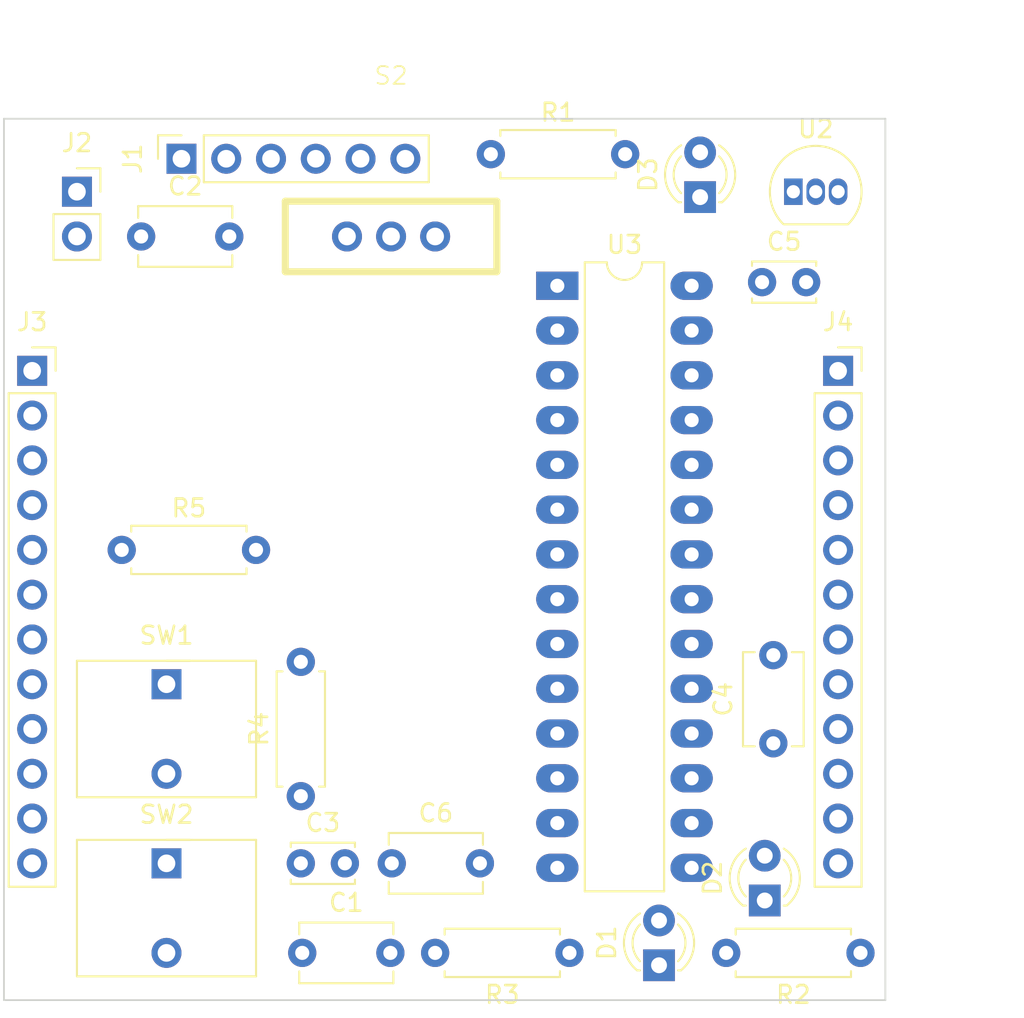
<source format=kicad_pcb>
(kicad_pcb (version 20221018) (generator pcbnew)
  (layers (0 "F.Cu" signal) (31 "B.Cu" signal) (34 "B.Paste" user) (35 "F.Paste" user) (36 "B.SilkS" user "B.Silkscreen") (37 "F.SilkS" user "F.Silkscreen") (38 "B.Mask" user) (39 "F.Mask" user) (44 "Edge.Cuts" user))
  (net 0 "")
  (net 1 "+3.3V")
  (net 2 "Net-(C1-Pad2)")
  (net 3 "/Vin")
  (net 4 "GND")
  (net 5 "Net-(U3-VCAP)")
  (net 6 "Net-(D1-K)")
  (net 7 "Net-(D2-K)")
  (net 8 "Net-(D3-K)")
  (net 10 "/U1TX")
  (net 11 "/U1RX")
  (net 12 "+5V")
  (net 14 "Net-(J2-Pin_1)")
  (net 15 "/A0")
  (net 16 "/A1")
  (net 17 "/B0")
  (net 18 "/B1")
  (net 19 "/B2")
  (net 20 "/A3")
  (net 21 "/GREEN")
  (net 22 "/YELLOW")
  (net 23 "/B6")
  (net 24 "/B15")
  (net 25 "/B14")
  (net 26 "/B13")
  (net 27 "/B12")
  (net 28 "/B11")
  (net 29 "/B10")
  (net 30 "/B9")
  (net 31 "/B8")
  (net 32 "/B7")
  (net 33 "/A4")
  (net 34 "Net-(U3-~{MCLR})")
  (footprint "Resistor_THT:R_Axial_DIN0207_L6.3mm_D2.5mm_P7.62mm_Horizontal" (layer "F.Cu") (at 106.68 124.46)
    (fp_text reference "R5" (at 3.81 -2.37) (layer "F.SilkS"))
    (fp_text value "10k")
    (fp_line (start 0.54 -1.37) (end 7.08 -1.37) (stroke (width 0.12)) (layer "F.SilkS"))
    (fp_line (start 0.54 -1.04) (end 0.54 -1.37) (stroke (width 0.12)) (layer "F.SilkS"))
    (fp_line (start 0.54 1.04) (end 0.54 1.37) (stroke (width 0.12)) (layer "F.SilkS"))
    (fp_line (start 0.54 1.37) (end 7.08 1.37) (stroke (width 0.12)) (layer "F.SilkS"))
    (fp_line (start 7.08 -1.37) (end 7.08 -1.04) (stroke (width 0.12)) (layer "F.SilkS"))
    (fp_line (start 7.08 1.37) (end 7.08 1.04) (stroke (width 0.12)) (layer "F.SilkS"))
    (pad "1" thru_hole circle (at 0 0) (size 1.6 1.6) (drill 0.8) (layers "*.Cu" "*.Mask") (net 1 "+3.3V"))
    (pad "2" thru_hole oval (at 7.62 0) (size 1.6 1.6) (drill 0.8) (layers "*.Cu" "*.Mask") (net 34 "Net-(U3-~{MCLR})"))
  )
  (footprint "Resistor_THT:R_Axial_DIN0207_L6.3mm_D2.5mm_P7.62mm_Horizontal" (layer "F.Cu") (at 132.08 147.32 180)
    (fp_text reference "R3" (at 3.81 -2.37) (layer "F.SilkS"))
    (fp_text value "330")
    (fp_line (start 0.54 -1.37) (end 7.08 -1.37) (stroke (width 0.12)) (layer "F.SilkS"))
    (fp_line (start 0.54 -1.04) (end 0.54 -1.37) (stroke (width 0.12)) (layer "F.SilkS"))
    (fp_line (start 0.54 1.04) (end 0.54 1.37) (stroke (width 0.12)) (layer "F.SilkS"))
    (fp_line (start 0.54 1.37) (end 7.08 1.37) (stroke (width 0.12)) (layer "F.SilkS"))
    (fp_line (start 7.08 -1.37) (end 7.08 -1.04) (stroke (width 0.12)) (layer "F.SilkS"))
    (fp_line (start 7.08 1.37) (end 7.08 1.04) (stroke (width 0.12)) (layer "F.SilkS"))
    (pad "1" thru_hole circle (at 0 0 180) (size 1.6 1.6) (drill 0.8) (layers "*.Cu" "*.Mask") (net 6 "Net-(D1-K)"))
    (pad "2" thru_hole oval (at 7.62 0 180) (size 1.6 1.6) (drill 0.8) (layers "*.Cu" "*.Mask") (net 21 "/GREEN"))
  )
  (footprint "Connector_PinSocket_2.54mm:PinSocket_1x06_P2.54mm_Vertical" (layer "F.Cu") (at 110.068805 102.270418 90)
    (fp_text reference "J1" (at 0 -2.77 90) (layer "F.SilkS"))
    (fp_text value "Adafruit CP2102 Friend")
    (fp_line (start -1.33 1.27) (end -1.33 14.03) (stroke (width 0.12)) (layer "F.SilkS"))
    (fp_line (start -1.33 1.27) (end 1.33 1.27) (stroke (width 0.12)) (layer "F.SilkS"))
    (fp_line (start -1.33 14.03) (end 1.33 14.03) (stroke (width 0.12)) (layer "F.SilkS"))
    (fp_line (start 0 -1.33) (end 1.33 -1.33) (stroke (width 0.12)) (layer "F.SilkS"))
    (fp_line (start 1.33 -1.33) (end 1.33 0) (stroke (width 0.12)) (layer "F.SilkS"))
    (fp_line (start 1.33 1.27) (end 1.33 14.03) (stroke (width 0.12)) (layer "F.SilkS"))
    (pad "1" thru_hole rect (at 0 0 90) (size 1.7 1.7) (drill 1) (layers "*.Cu" "*.Mask"))
    (pad "2" thru_hole oval (at 0 2.54 90) (size 1.7 1.7) (drill 1) (layers "*.Cu" "*.Mask") (net 10 "/U1TX"))
    (pad "3" thru_hole oval (at 0 5.08 90) (size 1.7 1.7) (drill 1) (layers "*.Cu" "*.Mask") (net 11 "/U1RX"))
    (pad "4" thru_hole oval (at 0 7.62 90) (size 1.7 1.7) (drill 1) (layers "*.Cu" "*.Mask") (net 12 "+5V"))
    (pad "5" thru_hole oval (at 0 10.16 90) (size 1.7 1.7) (drill 1) (layers "*.Cu" "*.Mask"))
    (pad "6" thru_hole oval (at 0 12.7 90) (size 1.7 1.7) (drill 1) (layers "*.Cu" "*.Mask") (net 4 "GND"))
  )
  (footprint "Capacitor_THT:C_Disc_D5.1mm_W3.2mm_P5.00mm" (layer "F.Cu") (at 122 142.24)
    (fp_text reference "C6" (at 2.5 -2.85) (layer "F.SilkS"))
    (fp_text value "1uF")
    (fp_line (start -0.17 -1.721) (end -0.17 -1.055) (stroke (width 0.12)) (layer "F.SilkS"))
    (fp_line (start -0.17 -1.721) (end 5.17 -1.721) (stroke (width 0.12)) (layer "F.SilkS"))
    (fp_line (start -0.17 1.055) (end -0.17 1.721) (stroke (width 0.12)) (layer "F.SilkS"))
    (fp_line (start -0.17 1.721) (end 5.17 1.721) (stroke (width 0.12)) (layer "F.SilkS"))
    (fp_line (start 5.17 -1.721) (end 5.17 -1.055) (stroke (width 0.12)) (layer "F.SilkS"))
    (fp_line (start 5.17 1.055) (end 5.17 1.721) (stroke (width 0.12)) (layer "F.SilkS"))
    (pad "1" thru_hole circle (at 0 0) (size 1.6 1.6) (drill 0.8) (layers "*.Cu" "*.Mask") (net 2 "Net-(C1-Pad2)"))
    (pad "2" thru_hole circle (at 5 0) (size 1.6 1.6) (drill 0.8) (layers "*.Cu" "*.Mask") (net 4 "GND"))
  )
  (footprint "Capacitor_THT:C_Disc_D5.1mm_W3.2mm_P5.00mm" (layer "F.Cu") (at 116.92 147.32)
    (fp_text reference "C1" (at 2.5 -2.85) (layer "F.SilkS"))
    (fp_text value "1uF")
    (fp_line (start -0.17 -1.721) (end -0.17 -1.055) (stroke (width 0.12)) (layer "F.SilkS"))
    (fp_line (start -0.17 -1.721) (end 5.17 -1.721) (stroke (width 0.12)) (layer "F.SilkS"))
    (fp_line (start -0.17 1.055) (end -0.17 1.721) (stroke (width 0.12)) (layer "F.SilkS"))
    (fp_line (start -0.17 1.721) (end 5.17 1.721) (stroke (width 0.12)) (layer "F.SilkS"))
    (fp_line (start 5.17 -1.721) (end 5.17 -1.055) (stroke (width 0.12)) (layer "F.SilkS"))
    (fp_line (start 5.17 1.055) (end 5.17 1.721) (stroke (width 0.12)) (layer "F.SilkS"))
    (pad "1" thru_hole circle (at 0 0) (size 1.6 1.6) (drill 0.8) (layers "*.Cu" "*.Mask") (net 1 "+3.3V"))
    (pad "2" thru_hole circle (at 5 0) (size 1.6 1.6) (drill 0.8) (layers "*.Cu" "*.Mask") (net 2 "Net-(C1-Pad2)"))
  )
  (footprint "Resistor_THT:R_Axial_DIN0207_L6.3mm_D2.5mm_P7.62mm_Horizontal" (layer "F.Cu") (at 127.619547 102.010819)
    (fp_text reference "R1" (at 3.81 -2.37) (layer "F.SilkS"))
    (fp_text value "330")
    (fp_line (start 0.54 -1.37) (end 7.08 -1.37) (stroke (width 0.12)) (layer "F.SilkS"))
    (fp_line (start 0.54 -1.04) (end 0.54 -1.37) (stroke (width 0.12)) (layer "F.SilkS"))
    (fp_line (start 0.54 1.04) (end 0.54 1.37) (stroke (width 0.12)) (layer "F.SilkS"))
    (fp_line (start 0.54 1.37) (end 7.08 1.37) (stroke (width 0.12)) (layer "F.SilkS"))
    (fp_line (start 7.08 -1.37) (end 7.08 -1.04) (stroke (width 0.12)) (layer "F.SilkS"))
    (fp_line (start 7.08 1.37) (end 7.08 1.04) (stroke (width 0.12)) (layer "F.SilkS"))
    (pad "1" thru_hole circle (at 0 0) (size 1.6 1.6) (drill 0.8) (layers "*.Cu" "*.Mask") (net 4 "GND"))
    (pad "2" thru_hole oval (at 7.62 0) (size 1.6 1.6) (drill 0.8) (layers "*.Cu" "*.Mask") (net 8 "Net-(D3-K)"))
  )
  (footprint "pic32board:push_button" (layer "F.Cu") (at 109.22 142.24)
    (fp_text reference "SW2" (at 0 -2.77) (layer "F.SilkS"))
    (fp_text value "SW_Push")
    (fp_line (start -5.08 -1.33) (end -5.08 6.41) (stroke (width 0.12)) (layer "F.SilkS"))
    (fp_line (start -5.08 -1.33) (end 5.08 -1.33) (stroke (width 0.12)) (layer "F.SilkS"))
    (fp_line (start -5.08 6.41) (end 5.08 6.41) (stroke (width 0.12)) (layer "F.SilkS"))
    (fp_line (start 0 -1.33) (end 1.33 -1.33) (stroke (width 0.12)) (layer "F.SilkS"))
    (fp_line (start 5.08 -1.33) (end 5.08 6.41) (stroke (width 0.12)) (layer "F.SilkS"))
    (pad "1" thru_hole rect (at 0 0) (size 1.7 1.7) (drill 1) (layers "*.Cu" "*.Mask") (net 34 "Net-(U3-~{MCLR})"))
    (pad "2" thru_hole oval (at 0 5.08) (size 1.7 1.7) (drill 1) (layers "*.Cu" "*.Mask") (net 4 "GND"))
  )
  (footprint "LED_THT:LED_D3.0mm" (layer "F.Cu") (at 143.158464 144.347364 90)
    (fp_text reference "D2" (at 1.27 -2.96 90) (layer "F.SilkS"))
    (fp_text value "YELLOW LED")
    (fp_line (start -0.29 -1.236) (end -0.29 -1.08) (stroke (width 0.12)) (layer "F.SilkS"))
    (fp_line (start -0.29 1.08) (end -0.29 1.236) (stroke (width 0.12)) (layer "F.SilkS"))
    (fp_arc (start -0.29 -1.235516) (mid 1.366487 -1.987659) (end 2.942335 -1.078608) (stroke (width 0.12)) (layer "F.SilkS"))
    (fp_arc (start 0.229039 -1.08) (mid 1.270117 -1.5) (end 2.31113 -1.079837) (stroke (width 0.12)) (layer "F.SilkS"))
    (fp_arc (start 2.31113 1.079837) (mid 1.270117 1.5) (end 0.229039 1.08) (stroke (width 0.12)) (layer "F.SilkS"))
    (fp_arc (start 2.942335 1.078608) (mid 1.366487 1.987659) (end -0.29 1.235516) (stroke (width 0.12)) (layer "F.SilkS"))
    (pad "1" thru_hole rect (at 0 0 90) (size 1.8 1.8) (drill 0.9) (layers "*.Cu" "*.Mask") (net 7 "Net-(D2-K)"))
    (pad "2" thru_hole circle (at 2.54 0 90) (size 1.8 1.8) (drill 0.9) (layers "*.Cu" "*.Mask") (net 1 "+3.3V"))
  )
  (footprint "Capacitor_THT:C_Disc_D3.4mm_W2.1mm_P2.50mm" (layer "F.Cu") (at 143.005903 109.269858)
    (fp_text reference "C5" (at 1.25 -2.3) (layer "F.SilkS"))
    (fp_text value "0.1uF")
    (fp_line (start -0.57 -1.17) (end -0.57 -0.925) (stroke (width 0.12)) (layer "F.SilkS"))
    (fp_line (start -0.57 -1.17) (end 3.07 -1.17) (stroke (width 0.12)) (layer "F.SilkS"))
    (fp_line (start -0.57 0.925) (end -0.57 1.17) (stroke (width 0.12)) (layer "F.SilkS"))
    (fp_line (start -0.57 1.17) (end 3.07 1.17) (stroke (width 0.12)) (layer "F.SilkS"))
    (fp_line (start 3.07 -1.17) (end 3.07 -0.925) (stroke (width 0.12)) (layer "F.SilkS"))
    (fp_line (start 3.07 0.925) (end 3.07 1.17) (stroke (width 0.12)) (layer "F.SilkS"))
    (pad "1" thru_hole circle (at 0 0) (size 1.6 1.6) (drill 0.8) (layers "*.Cu" "*.Mask") (net 4 "GND"))
    (pad "2" thru_hole circle (at 2.5 0) (size 1.6 1.6) (drill 0.8) (layers "*.Cu" "*.Mask") (net 1 "+3.3V"))
  )
  (footprint "Package_TO_SOT_THT:TO-92_Inline" (layer "F.Cu") (at 144.78 104.14)
    (fp_text reference "U2" (at 1.27 -3.56) (layer "F.SilkS"))
    (fp_text value "AP7381-3.3V Linear Regulator")
    (fp_line (start -0.53 1.85) (end 3.07 1.85) (stroke (width 0.12)) (layer "F.SilkS"))
    (fp_arc (start -0.568478 1.838478) (mid -1.132087 -0.994977) (end 1.27 -2.6) (stroke (width 0.12)) (layer "F.SilkS"))
    (fp_arc (start 1.27 -2.6) (mid 3.672087 -0.994977) (end 3.108478 1.838478) (stroke (width 0.12)) (layer "F.SilkS"))
    (pad "1" thru_hole rect (at 0 0) (size 1.05 1.5) (drill 0.75) (layers "*.Cu" "*.Mask") (net 1 "+3.3V"))
    (pad "2" thru_hole oval (at 1.27 0) (size 1.05 1.5) (drill 0.75) (layers "*.Cu" "*.Mask") (net 4 "GND"))
    (pad "3" thru_hole oval (at 2.54 0) (size 1.05 1.5) (drill 0.75) (layers "*.Cu" "*.Mask") (net 3 "/Vin"))
  )
  (footprint "LED_THT:LED_D3.0mm" (layer "F.Cu") (at 137.16 148.022146 90)
    (fp_text reference "D1" (at 1.27 -2.96 90) (layer "F.SilkS"))
    (fp_text value "GREEN LED")
    (fp_line (start -0.29 -1.236) (end -0.29 -1.08) (stroke (width 0.12)) (layer "F.SilkS"))
    (fp_line (start -0.29 1.08) (end -0.29 1.236) (stroke (width 0.12)) (layer "F.SilkS"))
    (fp_arc (start -0.29 -1.235516) (mid 1.366487 -1.987659) (end 2.942335 -1.078608) (stroke (width 0.12)) (layer "F.SilkS"))
    (fp_arc (start 0.229039 -1.08) (mid 1.270117 -1.5) (end 2.31113 -1.079837) (stroke (width 0.12)) (layer "F.SilkS"))
    (fp_arc (start 2.31113 1.079837) (mid 1.270117 1.5) (end 0.229039 1.08) (stroke (width 0.12)) (layer "F.SilkS"))
    (fp_arc (start 2.942335 1.078608) (mid 1.366487 1.987659) (end -0.29 1.235516) (stroke (width 0.12)) (layer "F.SilkS"))
    (pad "1" thru_hole rect (at 0 0 90) (size 1.8 1.8) (drill 0.9) (layers "*.Cu" "*.Mask") (net 6 "Net-(D1-K)"))
    (pad "2" thru_hole circle (at 2.54 0 90) (size 1.8 1.8) (drill 0.9) (layers "*.Cu" "*.Mask") (net 1 "+3.3V"))
  )
  (footprint "Connector_PinSocket_2.54mm:PinSocket_1x12_P2.54mm_Vertical" (layer "F.Cu") (at 147.32 114.3)
    (fp_text reference "J4" (at 0 -2.77) (layer "F.SilkS"))
    (fp_text value "RIGHT")
    (fp_line (start -1.33 1.27) (end -1.33 29.27) (stroke (width 0.12)) (layer "F.SilkS"))
    (fp_line (start -1.33 1.27) (end 1.33 1.27) (stroke (width 0.12)) (layer "F.SilkS"))
    (fp_line (start -1.33 29.27) (end 1.33 29.27) (stroke (width 0.12)) (layer "F.SilkS"))
    (fp_line (start 0 -1.33) (end 1.33 -1.33) (stroke (width 0.12)) (layer "F.SilkS"))
    (fp_line (start 1.33 -1.33) (end 1.33 0) (stroke (width 0.12)) (layer "F.SilkS"))
    (fp_line (start 1.33 1.27) (end 1.33 29.27) (stroke (width 0.12)) (layer "F.SilkS"))
    (pad "1" thru_hole rect (at 0 0) (size 1.7 1.7) (drill 1) (layers "*.Cu" "*.Mask") (net 24 "/B15"))
    (pad "2" thru_hole oval (at 0 2.54) (size 1.7 1.7) (drill 1) (layers "*.Cu" "*.Mask") (net 25 "/B14"))
    (pad "3" thru_hole oval (at 0 5.08) (size 1.7 1.7) (drill 1) (layers "*.Cu" "*.Mask") (net 26 "/B13"))
    (pad "4" thru_hole oval (at 0 7.62) (size 1.7 1.7) (drill 1) (layers "*.Cu" "*.Mask") (net 27 "/B12"))
    (pad "5" thru_hole oval (at 0 10.16) (size 1.7 1.7) (drill 1) (layers "*.Cu" "*.Mask") (net 28 "/B11"))
    (pad "6" thru_hole oval (at 0 12.7) (size 1.7 1.7) (drill 1) (layers "*.Cu" "*.Mask") (net 29 "/B10"))
    (pad "7" thru_hole oval (at 0 15.24) (size 1.7 1.7) (drill 1) (layers "*.Cu" "*.Mask") (net 30 "/B9"))
    (pad "8" thru_hole oval (at 0 17.78) (size 1.7 1.7) (drill 1) (layers "*.Cu" "*.Mask") (net 31 "/B8"))
    (pad "9" thru_hole oval (at 0 20.32) (size 1.7 1.7) (drill 1) (layers "*.Cu" "*.Mask") (net 32 "/B7"))
    (pad "10" thru_hole oval (at 0 22.86) (size 1.7 1.7) (drill 1) (layers "*.Cu" "*.Mask") (net 3 "/Vin"))
    (pad "11" thru_hole oval (at 0 25.4) (size 1.7 1.7) (drill 1) (layers "*.Cu" "*.Mask") (net 1 "+3.3V"))
    (pad "12" thru_hole oval (at 0 27.94) (size 1.7 1.7) (drill 1) (layers "*.Cu" "*.Mask") (net 4 "GND"))
  )
  (footprint "Connector_PinSocket_2.54mm:PinSocket_1x12_P2.54mm_Vertical" (layer "F.Cu") (at 101.6 114.3)
    (fp_text reference "J3" (at 0 -2.77) (layer "F.SilkS"))
    (fp_text value "LEFT")
    (fp_line (start -1.33 1.27) (end -1.33 29.27) (stroke (width 0.12)) (layer "F.SilkS"))
    (fp_line (start -1.33 1.27) (end 1.33 1.27) (stroke (width 0.12)) (layer "F.SilkS"))
    (fp_line (start -1.33 29.27) (end 1.33 29.27) (stroke (width 0.12)) (layer "F.SilkS"))
    (fp_line (start 0 -1.33) (end 1.33 -1.33) (stroke (width 0.12)) (layer "F.SilkS"))
    (fp_line (start 1.33 -1.33) (end 1.33 0) (stroke (width 0.12)) (layer "F.SilkS"))
    (fp_line (start 1.33 1.27) (end 1.33 29.27) (stroke (width 0.12)) (layer "F.SilkS"))
    (pad "1" thru_hole rect (at 0 0) (size 1.7 1.7) (drill 1) (layers "*.Cu" "*.Mask") (net 15 "/A0"))
    (pad "2" thru_hole oval (at 0 2.54) (size 1.7 1.7) (drill 1) (layers "*.Cu" "*.Mask") (net 16 "/A1"))
    (pad "3" thru_hole oval (at 0 5.08) (size 1.7 1.7) (drill 1) (layers "*.Cu" "*.Mask") (net 17 "/B0"))
    (pad "4" thru_hole oval (at 0 7.62) (size 1.7 1.7) (drill 1) (layers "*.Cu" "*.Mask") (net 18 "/B1"))
    (pad "5" thru_hole oval (at 0 10.16) (size 1.7 1.7) (drill 1) (layers "*.Cu" "*.Mask") (net 19 "/B2"))
    (pad "6" thru_hole oval (at 0 12.7) (size 1.7 1.7) (drill 1) (layers "*.Cu" "*.Mask") (net 20 "/A3"))
    (pad "7" thru_hole oval (at 0 15.24) (size 1.7 1.7) (drill 1) (layers "*.Cu" "*.Mask") (net 21 "/GREEN"))
    (pad "8" thru_hole oval (at 0 17.78) (size 1.7 1.7) (drill 1) (layers "*.Cu" "*.Mask") (net 22 "/YELLOW"))
    (pad "9" thru_hole oval (at 0 20.32) (size 1.7 1.7) (drill 1) (layers "*.Cu" "*.Mask") (net 23 "/B6"))
    (pad "10" thru_hole oval (at 0 22.86) (size 1.7 1.7) (drill 1) (layers "*.Cu" "*.Mask") (net 3 "/Vin"))
    (pad "11" thru_hole oval (at 0 25.4) (size 1.7 1.7) (drill 1) (layers "*.Cu" "*.Mask") (net 1 "+3.3V"))
    (pad "12" thru_hole oval (at 0 27.94) (size 1.7 1.7) (drill 1) (layers "*.Cu" "*.Mask") (net 4 "GND"))
  )
  (footprint "Resistor_THT:R_Axial_DIN0207_L6.3mm_D2.5mm_P7.62mm_Horizontal" (layer "F.Cu") (at 148.59 147.32 180)
    (fp_text reference "R2" (at 3.81 -2.37) (layer "F.SilkS"))
    (fp_text value "330")
    (fp_line (start 0.54 -1.37) (end 7.08 -1.37) (stroke (width 0.12)) (layer "F.SilkS"))
    (fp_line (start 0.54 -1.04) (end 0.54 -1.37) (stroke (width 0.12)) (layer "F.SilkS"))
    (fp_line (start 0.54 1.04) (end 0.54 1.37) (stroke (width 0.12)) (layer "F.SilkS"))
    (fp_line (start 0.54 1.37) (end 7.08 1.37) (stroke (width 0.12)) (layer "F.SilkS"))
    (fp_line (start 7.08 -1.37) (end 7.08 -1.04) (stroke (width 0.12)) (layer "F.SilkS"))
    (fp_line (start 7.08 1.37) (end 7.08 1.04) (stroke (width 0.12)) (layer "F.SilkS"))
    (pad "1" thru_hole circle (at 0 0 180) (size 1.6 1.6) (drill 0.8) (layers "*.Cu" "*.Mask") (net 7 "Net-(D2-K)"))
    (pad "2" thru_hole oval (at 7.62 0 180) (size 1.6 1.6) (drill 0.8) (layers "*.Cu" "*.Mask") (net 22 "/YELLOW"))
  )
  (footprint "Capacitor_THT:C_Disc_D3.4mm_W2.1mm_P2.50mm" (layer "F.Cu") (at 116.84 142.24)
    (fp_text reference "C3" (at 1.25 -2.3) (layer "F.SilkS"))
    (fp_text value "0.1uF")
    (fp_line (start -0.57 -1.17) (end -0.57 -0.925) (stroke (width 0.12)) (layer "F.SilkS"))
    (fp_line (start -0.57 -1.17) (end 3.07 -1.17) (stroke (width 0.12)) (layer "F.SilkS"))
    (fp_line (start -0.57 0.925) (end -0.57 1.17) (stroke (width 0.12)) (layer "F.SilkS"))
    (fp_line (start -0.57 1.17) (end 3.07 1.17) (stroke (width 0.12)) (layer "F.SilkS"))
    (fp_line (start 3.07 -1.17) (end 3.07 -0.925) (stroke (width 0.12)) (layer "F.SilkS"))
    (fp_line (start 3.07 0.925) (end 3.07 1.17) (stroke (width 0.12)) (layer "F.SilkS"))
    (pad "1" thru_hole circle (at 0 0) (size 1.6 1.6) (drill 0.8) (layers "*.Cu" "*.Mask") (net 4 "GND"))
    (pad "2" thru_hole circle (at 2.5 0) (size 1.6 1.6) (drill 0.8) (layers "*.Cu" "*.Mask") (net 1 "+3.3V"))
  )
  (footprint "Resistor_THT:R_Axial_DIN0207_L6.3mm_D2.5mm_P7.62mm_Horizontal" (layer "F.Cu") (at 116.84 138.43 90)
    (fp_text reference "R4" (at 3.81 -2.37 90) (layer "F.SilkS"))
    (fp_text value "10k")
    (fp_line (start 0.54 -1.37) (end 7.08 -1.37) (stroke (width 0.12)) (layer "F.SilkS"))
    (fp_line (start 0.54 -1.04) (end 0.54 -1.37) (stroke (width 0.12)) (layer "F.SilkS"))
    (fp_line (start 0.54 1.04) (end 0.54 1.37) (stroke (width 0.12)) (layer "F.SilkS"))
    (fp_line (start 0.54 1.37) (end 7.08 1.37) (stroke (width 0.12)) (layer "F.SilkS"))
    (fp_line (start 7.08 -1.37) (end 7.08 -1.04) (stroke (width 0.12)) (layer "F.SilkS"))
    (fp_line (start 7.08 1.37) (end 7.08 1.04) (stroke (width 0.12)) (layer "F.SilkS"))
    (pad "1" thru_hole circle (at 0 0 90) (size 1.6 1.6) (drill 0.8) (layers "*.Cu" "*.Mask") (net 1 "+3.3V"))
    (pad "2" thru_hole oval (at 7.62 0 90) (size 1.6 1.6) (drill 0.8) (layers "*.Cu" "*.Mask") (net 33 "/A4"))
  )
  (footprint "pic32board:slideswitch" (layer "F.Cu") (at 121.96 106.68)
    (fp_text reference "S2" (at 0 -9.12 unlocked) (layer "F.SilkS") (effects (font (thickness 0.1))))
    (fp_text value "Slide Switch")
    (fp_line (start -6 -2) (end -6 2) (stroke (width 0.4)) (layer "F.SilkS"))
    (fp_line (start -6 2) (end 6 2) (stroke (width 0.4)) (layer "F.SilkS"))
    (fp_line (start 6 -2) (end -6 -2) (stroke (width 0.4)) (layer "F.SilkS"))
    (fp_line (start 6 2) (end 6 -2) (stroke (width 0.4)) (layer "F.SilkS"))
    (pad "1" thru_hole circle (at -2.5 0) (size 1.7 1.7) (drill 1) (layers "*.Cu" "*.Mask") (net 12 "+5V"))
    (pad "2" thru_hole circle (at 0 0) (size 1.7 1.7) (drill 1) (layers "*.Cu" "*.Mask") (net 3 "/Vin"))
    (pad "3" thru_hole circle (at 2.5 0) (size 1.7 1.7) (drill 1) (layers "*.Cu" "*.Mask") (net 14 "Net-(J2-Pin_1)"))
  )
  (footprint "Capacitor_THT:C_Disc_D5.1mm_W3.2mm_P5.00mm" (layer "F.Cu") (at 143.644832 135.430613 90)
    (fp_text reference "C4" (at 2.5 -2.85 90) (layer "F.SilkS"))
    (fp_text value "1uF")
    (fp_line (start -0.17 -1.721) (end -0.17 -1.055) (stroke (width 0.12)) (layer "F.SilkS"))
    (fp_line (start -0.17 -1.721) (end 5.17 -1.721) (stroke (width 0.12)) (layer "F.SilkS"))
    (fp_line (start -0.17 1.055) (end -0.17 1.721) (stroke (width 0.12)) (layer "F.SilkS"))
    (fp_line (start -0.17 1.721) (end 5.17 1.721) (stroke (width 0.12)) (layer "F.SilkS"))
    (fp_line (start 5.17 -1.721) (end 5.17 -1.055) (stroke (width 0.12)) (layer "F.SilkS"))
    (fp_line (start 5.17 1.055) (end 5.17 1.721) (stroke (width 0.12)) (layer "F.SilkS"))
    (pad "1" thru_hole circle (at 0 0 90) (size 1.6 1.6) (drill 0.8) (layers "*.Cu" "*.Mask") (net 4 "GND"))
    (pad "2" thru_hole circle (at 5 0 90) (size 1.6 1.6) (drill 0.8) (layers "*.Cu" "*.Mask") (net 5 "Net-(U3-VCAP)"))
  )
  (footprint "Connector_PinSocket_2.54mm:PinSocket_1x02_P2.54mm_Vertical" (layer "F.Cu") (at 104.14 104.14)
    (fp_text reference "J2" (at 0 -2.77) (layer "F.SilkS"))
    (fp_text value "Battery")
    (fp_line (start -1.33 1.27) (end -1.33 3.87) (stroke (width 0.12)) (layer "F.SilkS"))
    (fp_line (start -1.33 1.27) (end 1.33 1.27) (stroke (width 0.12)) (layer "F.SilkS"))
    (fp_line (start -1.33 3.87) (end 1.33 3.87) (stroke (width 0.12)) (layer "F.SilkS"))
    (fp_line (start 0 -1.33) (end 1.33 -1.33) (stroke (width 0.12)) (layer "F.SilkS"))
    (fp_line (start 1.33 -1.33) (end 1.33 0) (stroke (width 0.12)) (layer "F.SilkS"))
    (fp_line (start 1.33 1.27) (end 1.33 3.87) (stroke (width 0.12)) (layer "F.SilkS"))
    (pad "1" thru_hole rect (at 0 0) (size 1.7 1.7) (drill 1) (layers "*.Cu" "*.Mask") (net 14 "Net-(J2-Pin_1)"))
    (pad "2" thru_hole oval (at 0 2.54) (size 1.7 1.7) (drill 1) (layers "*.Cu" "*.Mask") (net 4 "GND"))
  )
  (footprint "pic32board:push_button" (layer "F.Cu") (at 109.22 132.08)
    (fp_text reference "SW1" (at 0 -2.77) (layer "F.SilkS"))
    (fp_text value "SW_Push")
    (fp_line (start -5.08 -1.33) (end -5.08 6.41) (stroke (width 0.12)) (layer "F.SilkS"))
    (fp_line (start -5.08 -1.33) (end 5.08 -1.33) (stroke (width 0.12)) (layer "F.SilkS"))
    (fp_line (start -5.08 6.41) (end 5.08 6.41) (stroke (width 0.12)) (layer "F.SilkS"))
    (fp_line (start 0 -1.33) (end 1.33 -1.33) (stroke (width 0.12)) (layer "F.SilkS"))
    (fp_line (start 5.08 -1.33) (end 5.08 6.41) (stroke (width 0.12)) (layer "F.SilkS"))
    (pad "1" thru_hole rect (at 0 0) (size 1.7 1.7) (drill 1) (layers "*.Cu" "*.Mask") (net 4 "GND"))
    (pad "2" thru_hole oval (at 0 5.08) (size 1.7 1.7) (drill 1) (layers "*.Cu" "*.Mask") (net 33 "/A4"))
  )
  (footprint "LED_THT:LED_D3.0mm" (layer "F.Cu") (at 139.491271 104.447782 90)
    (fp_text reference "D3" (at 1.27 -2.96 90) (layer "F.SilkS"))
    (fp_text value "RED LED")
    (fp_line (start -0.29 -1.236) (end -0.29 -1.08) (stroke (width 0.12)) (layer "F.SilkS"))
    (fp_line (start -0.29 1.08) (end -0.29 1.236) (stroke (width 0.12)) (layer "F.SilkS"))
    (fp_arc (start -0.29 -1.235516) (mid 1.366487 -1.987659) (end 2.942335 -1.078608) (stroke (width 0.12)) (layer "F.SilkS"))
    (fp_arc (start 0.229039 -1.08) (mid 1.270117 -1.5) (end 2.31113 -1.079837) (stroke (width 0.12)) (layer "F.SilkS"))
    (fp_arc (start 2.31113 1.079837) (mid 1.270117 1.5) (end 0.229039 1.08) (stroke (width 0.12)) (layer "F.SilkS"))
    (fp_arc (start 2.942335 1.078608) (mid 1.366487 1.987659) (end -0.29 1.235516) (stroke (width 0.12)) (layer "F.SilkS"))
    (pad "1" thru_hole rect (at 0 0 90) (size 1.8 1.8) (drill 0.9) (layers "*.Cu" "*.Mask") (net 8 "Net-(D3-K)"))
    (pad "2" thru_hole circle (at 2.54 0 90) (size 1.8 1.8) (drill 0.9) (layers "*.Cu" "*.Mask") (net 1 "+3.3V"))
  )
  (footprint "Package_DIP:DIP-28_W7.62mm_LongPads" (layer "F.Cu") (at 131.390304 109.475991)
    (fp_text reference "U3" (at 3.81 -2.33) (layer "F.SilkS"))
    (fp_text value "~")
    (fp_line (start 1.56 -1.33) (end 1.56 34.35) (stroke (width 0.12)) (layer "F.SilkS"))
    (fp_line (start 1.56 34.35) (end 6.06 34.35) (stroke (width 0.12)) (layer "F.SilkS"))
    (fp_line (start 2.81 -1.33) (end 1.56 -1.33) (stroke (width 0.12)) (layer "F.SilkS"))
    (fp_line (start 6.06 -1.33) (end 4.81 -1.33) (stroke (width 0.12)) (layer "F.SilkS"))
    (fp_line (start 6.06 34.35) (end 6.06 -1.33) (stroke (width 0.12)) (layer "F.SilkS"))
    (fp_arc (start 4.81 -1.33) (mid 3.81 -0.33) (end 2.81 -1.33) (stroke (width 0.12)) (layer "F.SilkS"))
    (pad "1" thru_hole rect (at 0 0) (size 2.4 1.6) (drill 0.8) (layers "*.Cu" "*.Mask") (net 34 "Net-(U3-~{MCLR})"))
    (pad "2" thru_hole oval (at 0 2.54) (size 2.4 1.6) (drill 0.8) (layers "*.Cu" "*.Mask") (net 15 "/A0"))
    (pad "3" thru_hole oval (at 0 5.08) (size 2.4 1.6) (drill 0.8) (layers "*.Cu" "*.Mask") (net 16 "/A1"))
    (pad "4" thru_hole oval (at 0 7.62) (size 2.4 1.6) (drill 0.8) (layers "*.Cu" "*.Mask") (net 17 "/B0"))
    (pad "5" thru_hole oval (at 0 10.16) (size 2.4 1.6) (drill 0.8) (layers "*.Cu" "*.Mask") (net 18 "/B1"))
    (pad "6" thru_hole oval (at 0 12.7) (size 2.4 1.6) (drill 0.8) (layers "*.Cu" "*.Mask") (net 19 "/B2"))
    (pad "7" thru_hole oval (at 0 15.24) (size 2.4 1.6) (drill 0.8) (layers "*.Cu" "*.Mask") (net 10 "/U1TX"))
    (pad "8" thru_hole oval (at 0 17.78) (size 2.4 1.6) (drill 0.8) (layers "*.Cu" "*.Mask") (net 4 "GND"))
    (pad "9" thru_hole oval (at 0 20.32) (size 2.4 1.6) (drill 0.8) (layers "*.Cu" "*.Mask") (net 11 "/U1RX"))
    (pad "10" thru_hole oval (at 0 22.86) (size 2.4 1.6) (drill 0.8) (layers "*.Cu" "*.Mask") (net 20 "/A3"))
    (pad "11" thru_hole oval (at 0 25.4) (size 2.4 1.6) (drill 0.8) (layers "*.Cu" "*.Mask") (net 21 "/GREEN"))
    (pad "12" thru_hole oval (at 0 27.94) (size 2.4 1.6) (drill 0.8) (layers "*.Cu" "*.Mask") (net 33 "/A4"))
    (pad "13" thru_hole oval (at 0 30.48) (size 2.4 1.6) (drill 0.8) (layers "*.Cu" "*.Mask") (net 1 "+3.3V"))
    (pad "14" thru_hole oval (at 0 33.02) (size 2.4 1.6) (drill 0.8) (layers "*.Cu" "*.Mask") (net 22 "/YELLOW"))
    (pad "15" thru_hole oval (at 7.62 33.02) (size 2.4 1.6) (drill 0.8) (layers "*.Cu" "*.Mask") (net 23 "/B6"))
    (pad "16" thru_hole oval (at 7.62 30.48) (size 2.4 1.6) (drill 0.8) (layers "*.Cu" "*.Mask") (net 32 "/B7"))
    (pad "17" thru_hole oval (at 7.62 27.94) (size 2.4 1.6) (drill 0.8) (layers "*.Cu" "*.Mask") (net 31 "/B8"))
    (pad "18" thru_hole oval (at 7.62 25.4) (size 2.4 1.6) (drill 0.8) (layers "*.Cu" "*.Mask") (net 30 "/B9"))
    (pad "19" thru_hole oval (at 7.62 22.86) (size 2.4 1.6) (drill 0.8) (layers "*.Cu" "*.Mask") (net 4 "GND"))
    (pad "20" thru_hole oval (at 7.62 20.32) (size 2.4 1.6) (drill 0.8) (layers "*.Cu" "*.Mask") (net 5 "Net-(U3-VCAP)"))
    (pad "21" thru_hole oval (at 7.62 17.78) (size 2.4 1.6) (drill 0.8) (layers "*.Cu" "*.Mask") (net 29 "/B10"))
    (pad "22" thru_hole oval (at 7.62 15.24) (size 2.4 1.6) (drill 0.8) (layers "*.Cu" "*.Mask") (net 28 "/B11"))
    (pad "23" thru_hole oval (at 7.62 12.7) (size 2.4 1.6) (drill 0.8) (layers "*.Cu" "*.Mask") (net 27 "/B12"))
    (pad "24" thru_hole oval (at 7.62 10.16) (size 2.4 1.6) (drill 0.8) (layers "*.Cu" "*.Mask") (net 26 "/B13"))
    (pad "25" thru_hole oval (at 7.62 7.62) (size 2.4 1.6) (drill 0.8) (layers "*.Cu" "*.Mask") (net 25 "/B14"))
    (pad "26" thru_hole oval (at 7.62 5.08) (size 2.4 1.6) (drill 0.8) (layers "*.Cu" "*.Mask") (net 24 "/B15"))
    (pad "27" thru_hole oval (at 7.62 2.54) (size 2.4 1.6) (drill 0.8) (layers "*.Cu" "*.Mask") (net 4 "GND"))
    (pad "28" thru_hole oval (at 7.62 0) (size 2.4 1.6) (drill 0.8) (layers "*.Cu" "*.Mask") (net 1 "+3.3V"))
  )
  (footprint "Capacitor_THT:C_Disc_D5.1mm_W3.2mm_P5.00mm" (layer "F.Cu") (at 107.782305 106.68)
    (fp_text reference "C2" (at 2.5 -2.85) (layer "F.SilkS"))
    (fp_text value "1uF")
    (fp_line (start -0.17 -1.721) (end -0.17 -1.055) (stroke (width 0.12)) (layer "F.SilkS"))
    (fp_line (start -0.17 -1.721) (end 5.17 -1.721) (stroke (width 0.12)) (layer "F.SilkS"))
    (fp_line (start -0.17 1.055) (end -0.17 1.721) (stroke (width 0.12)) (layer "F.SilkS"))
    (fp_line (start -0.17 1.721) (end 5.17 1.721) (stroke (width 0.12)) (layer "F.SilkS"))
    (fp_line (start 5.17 -1.721) (end 5.17 -1.055) (stroke (width 0.12)) (layer "F.SilkS"))
    (fp_line (start 5.17 1.055) (end 5.17 1.721) (stroke (width 0.12)) (layer "F.SilkS"))
    (pad "1" thru_hole circle (at 0 0) (size 1.6 1.6) (drill 0.8) (layers "*.Cu" "*.Mask") (net 3 "/Vin"))
    (pad "2" thru_hole circle (at 5 0) (size 1.6 1.6) (drill 0.8) (layers "*.Cu" "*.Mask") (net 4 "GND"))
  )
  (gr_line (start 150 150) (end 150 100) (stroke (width 0.1)) (layer "Edge.Cuts"))
  (gr_line (start 150 100) (end 100 100) (stroke (width 0.1)) (layer "Edge.Cuts"))
  (gr_line (start 100 100) (end 100 150) (stroke (width 0.1)) (layer "Edge.Cuts"))
  (gr_line (start 100 150) (end 150 150) (stroke (width 0.1)) (layer "Edge.Cuts"))
)
</source>
